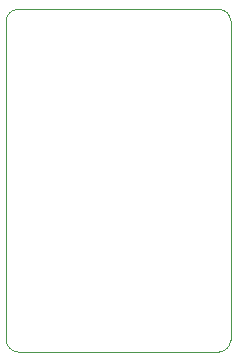
<source format=gbr>
%TF.GenerationSoftware,KiCad,Pcbnew,(6.0.10-0)*%
%TF.CreationDate,2023-01-05T15:58:36+00:00*%
%TF.ProjectId,LowPower,4c6f7750-6f77-4657-922e-6b696361645f,6*%
%TF.SameCoordinates,Original*%
%TF.FileFunction,Profile,NP*%
%FSLAX46Y46*%
G04 Gerber Fmt 4.6, Leading zero omitted, Abs format (unit mm)*
G04 Created by KiCad (PCBNEW (6.0.10-0)) date 2023-01-05 15:58:36*
%MOMM*%
%LPD*%
G01*
G04 APERTURE LIST*
%TA.AperFunction,Profile*%
%ADD10C,0.100000*%
%TD*%
G04 APERTURE END LIST*
D10*
X117730000Y-127600000D02*
X134730000Y-127600000D01*
X135730000Y-126600000D02*
X135730000Y-99600000D01*
X116730000Y-99600000D02*
X116730000Y-126600000D01*
X134730000Y-127600000D02*
G75*
G03*
X135730000Y-126600000I0J1000000D01*
G01*
X134730000Y-98600000D02*
X117730000Y-98600000D01*
X135730000Y-99600000D02*
G75*
G03*
X134730000Y-98600000I-1000000J0D01*
G01*
X117730000Y-98600000D02*
G75*
G03*
X116730000Y-99600000I0J-1000000D01*
G01*
X116730000Y-126600000D02*
G75*
G03*
X117730000Y-127600000I1000000J0D01*
G01*
M02*

</source>
